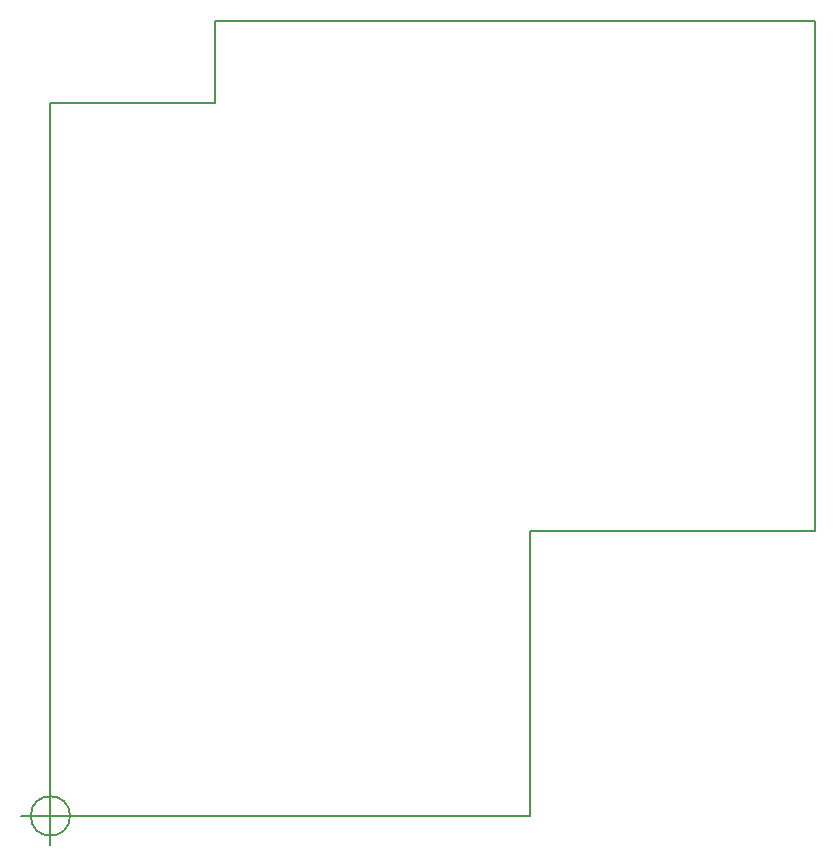
<source format=gm1>
G04 #@! TF.FileFunction,Profile,NP*
%FSLAX46Y46*%
G04 Gerber Fmt 4.6, Leading zero omitted, Abs format (unit mm)*
G04 Created by KiCad (PCBNEW 4.0.7) date 02/11/20 08:43:37*
%MOMM*%
%LPD*%
G01*
G04 APERTURE LIST*
%ADD10C,0.200000*%
%ADD11C,0.150000*%
G04 APERTURE END LIST*
D10*
D11*
X1666666Y0D02*
G75*
G03X1666666Y0I-1666666J0D01*
G01*
X-2500000Y0D02*
X2500000Y0D01*
X0Y2500000D02*
X0Y-2500000D01*
X40640000Y0D02*
X40640000Y635000D01*
X0Y0D02*
X40640000Y0D01*
X0Y635000D02*
X0Y0D01*
X0Y60325000D02*
X0Y635000D01*
X13970000Y60325000D02*
X0Y60325000D01*
X13970000Y67310000D02*
X13970000Y60325000D01*
X64770000Y67310000D02*
X13970000Y67310000D01*
X64770000Y24130000D02*
X64770000Y67310000D01*
X40640000Y24130000D02*
X64770000Y24130000D01*
X40640000Y635000D02*
X40640000Y24130000D01*
M02*

</source>
